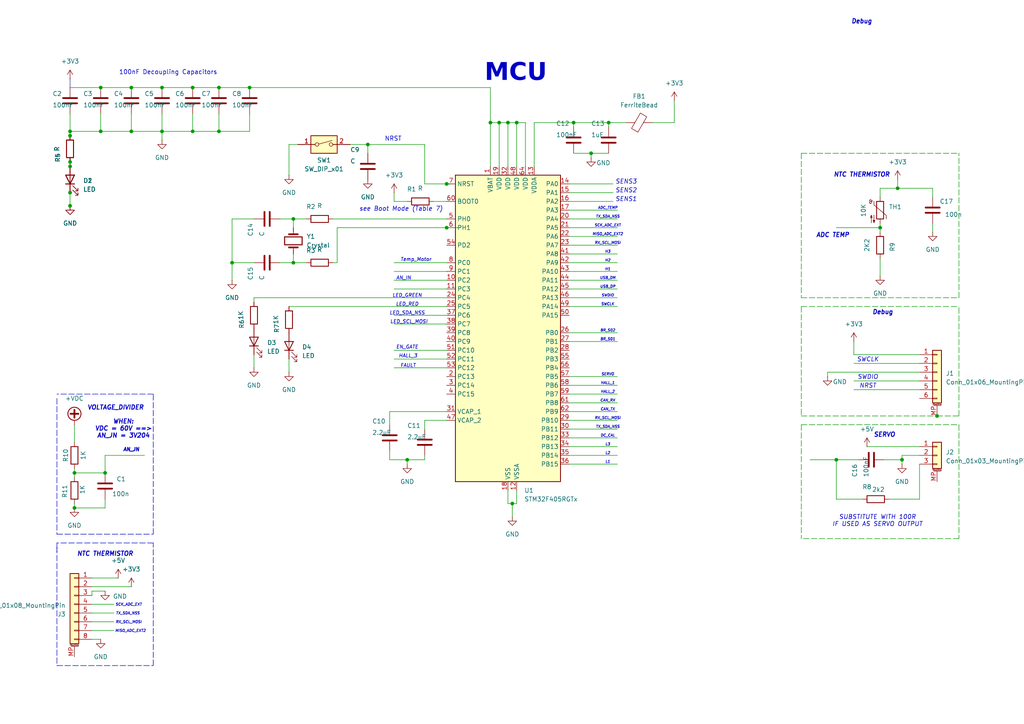
<source format=kicad_sch>
(kicad_sch (version 20231120) (generator "eeschema") (generator_version "8.0")
  (paper "A4")
  (title_block (title "MCU"))
  (lib_symbols
    (symbol "Connector_Generic_MountingPin:Conn_01x03_MountingPin" (pin_names (offset 1.016) hide)
      (property "Reference" "J" (at 0 5.08 0))
      (property "Value" "Conn_01x03_MountingPin" (at 1.27 -5.08 0))
      (symbol "Conn_01x03_MountingPin_1_1"
        (rectangle (start -1.27 -2.413) (end 0 -2.667) (stroke (width 0.1524)))
        (rectangle (start -1.27 0.127) (end 0 -0.127) (stroke (width 0.1524)))
        (rectangle (start -1.27 2.667) (end 0 2.413) (stroke (width 0.1524)))
        (rectangle (start -1.27 3.81) (end 1.27 -3.81) (stroke (width 0.254)) (fill (type background)))
        (polyline (pts (xy -1.016 -4.572) (xy 1.016 -4.572)) (stroke (width 0.1524)))
        (text "Mounting" (at 0 -4.191 0) (effects (font (size 0.381 0.381))))
        (pin passive line (at -5.08 2.54 0) (length 3.81) (name "Pin_1") (number "1"))
        (pin passive line (at -5.08 0 0) (length 3.81) (name "Pin_2") (number "2"))
        (pin passive line (at -5.08 -2.54 0) (length 3.81) (name "Pin_3") (number "3"))
        (pin passive line (at 0 -7.62 90) (length 3.048) (name "MountPin") (number "MP"))
      )
    )
    (symbol "Connector_Generic_MountingPin:Conn_01x06_MountingPin" (pin_names (offset 1.016) hide)
      (property "Reference" "J" (at 0 7.62 0))
      (property "Value" "Conn_01x06_MountingPin" (at 1.27 -10.16 0))
      (symbol "Conn_01x06_MountingPin_1_1"
        (rectangle (start -1.27 -7.493) (end 0 -7.747) (stroke (width 0.1524)))
        (rectangle (start -1.27 -4.953) (end 0 -5.207) (stroke (width 0.1524)))
        (rectangle (start -1.27 -2.413) (end 0 -2.667) (stroke (width 0.1524)))
        (rectangle (start -1.27 0.127) (end 0 -0.127) (stroke (width 0.1524)))
        (rectangle (start -1.27 2.667) (end 0 2.413) (stroke (width 0.1524)))
        (rectangle (start -1.27 5.207) (end 0 4.953) (stroke (width 0.1524)))
        (rectangle (start -1.27 6.35) (end 1.27 -8.89) (stroke (width 0.254)) (fill (type background)))
        (polyline (pts (xy -1.016 -9.652) (xy 1.016 -9.652)) (stroke (width 0.1524)))
        (text "Mounting" (at 0 -9.271 0) (effects (font (size 0.381 0.381))))
        (pin passive line (at -5.08 5.08 0) (length 3.81) (name "Pin_1") (number "1"))
        (pin passive line (at -5.08 2.54 0) (length 3.81) (name "Pin_2") (number "2"))
        (pin passive line (at -5.08 0 0) (length 3.81) (name "Pin_3") (number "3"))
        (pin passive line (at -5.08 -2.54 0) (length 3.81) (name "Pin_4") (number "4"))
        (pin passive line (at -5.08 -5.08 0) (length 3.81) (name "Pin_5") (number "5"))
        (pin passive line (at -5.08 -7.62 0) (length 3.81) (name "Pin_6") (number "6"))
        (pin passive line (at 0 -12.7 90) (length 3.048) (name "MountPin") (number "MP"))
      )
    )
    (symbol "Connector_Generic_MountingPin:Conn_01x08_MountingPin" (pin_names (offset 1.016) hide)
      (property "Reference" "J" (at 0 10.16 0))
      (property "Value" "Conn_01x08_MountingPin" (at 1.27 -12.7 0))
      (symbol "Conn_01x08_MountingPin_1_1"
        (rectangle (start -1.27 -10.033) (end 0 -10.287) (stroke (width 0.1524)))
        (rectangle (start -1.27 -7.493) (end 0 -7.747) (stroke (width 0.1524)))
        (rectangle (start -1.27 -4.953) (end 0 -5.207) (stroke (width 0.1524)))
        (rectangle (start -1.27 -2.413) (end 0 -2.667) (stroke (width 0.1524)))
        (rectangle (start -1.27 0.127) (end 0 -0.127) (stroke (width 0.1524)))
        (rectangle (start -1.27 2.667) (end 0 2.413) (stroke (width 0.1524)))
        (rectangle (start -1.27 5.207) (end 0 4.953) (stroke (width 0.1524)))
        (rectangle (start -1.27 7.747) (end 0 7.493) (stroke (width 0.1524)))
        (rectangle (start -1.27 8.89) (end 1.27 -11.43) (stroke (width 0.254)) (fill (type background)))
        (polyline (pts (xy -1.016 -12.192) (xy 1.016 -12.192)) (stroke (width 0.1524)))
        (text "Mounting" (at 0 -11.811 0) (effects (font (size 0.381 0.381))))
        (pin passive line (at -5.08 7.62 0) (length 3.81) (name "Pin_1") (number "1"))
        (pin passive line (at -5.08 5.08 0) (length 3.81) (name "Pin_2") (number "2"))
        (pin passive line (at -5.08 2.54 0) (length 3.81) (name "Pin_3") (number "3"))
        (pin passive line (at -5.08 0 0) (length 3.81) (name "Pin_4") (number "4"))
        (pin passive line (at -5.08 -2.54 0) (length 3.81) (name "Pin_5") (number "5"))
        (pin passive line (at -5.08 -5.08 0) (length 3.81) (name "Pin_6") (number "6"))
        (pin passive line (at -5.08 -7.62 0) (length 3.81) (name "Pin_7") (number "7"))
        (pin passive line (at -5.08 -10.16 0) (length 3.81) (name "Pin_8") (number "8"))
        (pin passive line (at 0 -15.24 90) (length 3.048) (name "MountPin") (number "MP"))
      )
    )
    (symbol "Device:C" (pin_numbers hide) (pin_names (offset 0.254))
      (property "Reference" "C" (at 0.635 2.54 0))
      (property "Value" "C" (at 0.635 -2.54 0))
      (symbol "C_0_1"
        (polyline (pts (xy -2.032 -0.762) (xy 2.032 -0.762)) (stroke (width 0.508)))
        (polyline (pts (xy -2.032 0.762) (xy 2.032 0.762)) (stroke (width 0.508)))
      )
      (symbol "C_1_1"
        (pin passive line (at 0 3.81 270) (length 2.794) (name "~") (number "1"))
        (pin passive line (at 0 -3.81 90) (length 2.794) (name "~") (number "2"))
      )
    )
    (symbol "Device:Crystal" (pin_numbers hide) (pin_names (offset 1.016) hide)
      (property "Reference" "Y" (at 0 3.81 0))
      (property "Value" "Crystal" (at 0 -3.81 0))
      (symbol "Crystal_0_1"
        (rectangle (start -1.143 2.54) (end 1.143 -2.54) (stroke (width 0.3048)))
        (polyline (pts (xy -2.54 0) (xy -1.905 0)))
        (polyline (pts (xy -1.905 -1.27) (xy -1.905 1.27)) (stroke (width 0.508)))
        (polyline (pts (xy 1.905 -1.27) (xy 1.905 1.27)) (stroke (width 0.508)))
        (polyline (pts (xy 2.54 0) (xy 1.905 0)))
      )
      (symbol "Crystal_1_1"
        (pin passive line (at -3.81 0 0) (length 1.27) (name "1") (number "1"))
        (pin passive line (at 3.81 0 180) (length 1.27) (name "2") (number "2"))
      )
    )
    (symbol "Device:FerriteBead" (pin_numbers hide) (pin_names (offset 0))
      (property "Reference" "FB" (at -3.81 0.635 90))
      (property "Value" "FerriteBead" (at 3.81 0 90))
      (symbol "FerriteBead_0_1"
        (polyline (pts (xy 0 -1.27) (xy 0 -1.2192)))
        (polyline (pts (xy 0 1.27) (xy 0 1.2954)))
        (polyline (pts (xy -2.7686 0.4064) (xy -1.7018 2.2606) (xy 2.7686 -0.3048) (xy 1.6764 -2.159) (xy -2.7686 0.4064)))
      )
      (symbol "FerriteBead_1_1"
        (pin passive line (at 0 3.81 270) (length 2.54) (name "~") (number "1"))
        (pin passive line (at 0 -3.81 90) (length 2.54) (name "~") (number "2"))
      )
    )
    (symbol "Device:LED" (pin_numbers hide) (pin_names (offset 1.016) hide)
      (property "Reference" "D" (at 0 2.54 0))
      (property "Value" "LED" (at 0 -2.54 0))
      (symbol "LED_0_1"
        (polyline (pts (xy -1.27 -1.27) (xy -1.27 1.27)) (stroke (width 0.254)))
        (polyline (pts (xy -1.27 0) (xy 1.27 0)))
        (polyline (pts (xy 1.27 -1.27) (xy 1.27 1.27) (xy -1.27 0) (xy 1.27 -1.27)) (stroke (width 0.254)))
        (polyline (pts (xy -3.048 -0.762) (xy -4.572 -2.286) (xy -3.81 -2.286) (xy -4.572 -2.286) (xy -4.572 -1.524)))
        (polyline (pts (xy -1.778 -0.762) (xy -3.302 -2.286) (xy -2.54 -2.286) (xy -3.302 -2.286) (xy -3.302 -1.524)))
      )
      (symbol "LED_1_1"
        (pin passive line (at -3.81 0 0) (length 2.54) (name "K") (number "1"))
        (pin passive line (at 3.81 0 180) (length 2.54) (name "A") (number "2"))
      )
    )
    (symbol "Device:R" (pin_numbers hide) (pin_names (offset 0))
      (property "Reference" "R" (at 2.032 0 90))
      (property "Value" "R" (at 0 0 90))
      (symbol "R_0_1"
        (rectangle (start -1.016 -2.54) (end 1.016 2.54) (stroke (width 0.254)))
      )
      (symbol "R_1_1"
        (pin passive line (at 0 3.81 270) (length 1.27) (name "~") (number "1"))
        (pin passive line (at 0 -3.81 90) (length 1.27) (name "~") (number "2"))
      )
    )
    (symbol "Device:Thermistor_NTC" (pin_numbers hide) (pin_names (offset 0))
      (property "Reference" "TH" (at -4.445 0 90))
      (property "Value" "Thermistor_NTC" (at 3.175 0 90))
      (symbol "Thermistor_NTC_0_1"
        (arc (start -3.048 2.159) (mid -3.0495 2.3143) (end -3.175 2.413))
        (arc (start -3.048 2.159) (mid -2.9736 1.9794) (end -2.794 1.905))
        (arc (start -3.048 2.794) (mid -2.9736 2.6144) (end -2.794 2.54))
        (arc (start -2.794 1.905) (mid -2.6144 1.9794) (end -2.54 2.159))
        (arc (start -2.794 2.54) (mid -2.4393 2.5587) (end -2.159 2.794))
        (arc (start -2.794 3.048) (mid -2.9736 2.9736) (end -3.048 2.794))
        (arc (start -2.54 2.794) (mid -2.6144 2.9736) (end -2.794 3.048))
        (rectangle (start -1.016 2.54) (end 1.016 -2.54) (stroke (width 0.254)))
        (polyline (pts (xy -2.54 2.159) (xy -2.54 2.794)))
        (polyline (pts (xy -1.778 2.54) (xy -1.778 1.524) (xy 1.778 -1.524) (xy 1.778 -2.54)))
        (polyline (pts (xy -2.54 -3.683) (xy -2.54 -1.397) (xy -2.794 -2.159) (xy -2.286 -2.159) (xy -2.54 -1.397) (xy -2.54 -1.651)) (fill (type outline)))
        (polyline (pts (xy -1.778 -1.397) (xy -1.778 -3.683) (xy -2.032 -2.921) (xy -1.524 -2.921) (xy -1.778 -3.683) (xy -1.778 -3.429)) (fill (type outline)))
      )
      (symbol "Thermistor_NTC_1_1"
        (pin passive line (at 0 3.81 270) (length 1.27) (name "~") (number "1"))
        (pin passive line (at 0 -3.81 90) (length 1.27) (name "~") (number "2"))
      )
    )
    (symbol "MCU_ST_STM32F4:STM32F405RGTx"
      (property "Reference" "U" (at -15.24 46.99 0))
      (property "Value" "STM32F405RGTx" (at 10.16 46.99 0))
      (symbol "STM32F405RGTx_0_1"
        (rectangle (start -15.24 -43.18) (end 15.24 45.72) (stroke (width 0.254)) (fill (type background)))
      )
      (symbol "STM32F405RGTx_1_1"
        (pin power_in line (at -5.08 48.26 270) (length 2.54) (name "VBAT") (number "1"))
        (pin bidirectional line (at -17.78 15.24 0) (length 2.54) (name "PC2") (number "10"))
        (pin bidirectional line (at -17.78 12.7 0) (length 2.54) (name "PC3") (number "11"))
        (pin power_in line (at 2.54 -45.72 90) (length 2.54) (name "VSSA") (number "12"))
        (pin power_in line (at 7.62 48.26 270) (length 2.54) (name "VDDA") (number "13"))
        (pin bidirectional line (at 17.78 43.18 180) (length 2.54) (name "PA0") (number "14"))
        (pin bidirectional line (at 17.78 40.64 180) (length 2.54) (name "PA1") (number "15"))
        (pin bidirectional line (at 17.78 38.1 180) (length 2.54) (name "PA2") (number "16"))
        (pin bidirectional line (at 17.78 35.56 180) (length 2.54) (name "PA3") (number "17"))
        (pin power_in line (at 0 -45.72 90) (length 2.54) (name "VSS") (number "18"))
        (pin power_in line (at -2.54 48.26 270) (length 2.54) (name "VDD") (number "19"))
        (pin bidirectional line (at -17.78 -12.7 0) (length 2.54) (name "PC13") (number "2"))
        (pin bidirectional line (at 17.78 33.02 180) (length 2.54) (name "PA4") (number "20"))
        (pin bidirectional line (at 17.78 30.48 180) (length 2.54) (name "PA5") (number "21"))
        (pin bidirectional line (at 17.78 27.94 180) (length 2.54) (name "PA6") (number "22"))
        (pin bidirectional line (at 17.78 25.4 180) (length 2.54) (name "PA7") (number "23"))
        (pin bidirectional line (at -17.78 10.16 0) (length 2.54) (name "PC4") (number "24"))
        (pin bidirectional line (at -17.78 7.62 0) (length 2.54) (name "PC5") (number "25"))
        (pin bidirectional line (at 17.78 0 180) (length 2.54) (name "PB0") (number "26"))
        (pin bidirectional line (at 17.78 -2.54 180) (length 2.54) (name "PB1") (number "27"))
        (pin bidirectional line (at 17.78 -5.08 180) (length 2.54) (name "PB2") (number "28"))
        (pin bidirectional line (at 17.78 -25.4 180) (length 2.54) (name "PB10") (number "29"))
        (pin bidirectional line (at -17.78 -15.24 0) (length 2.54) (name "PC14") (number "3"))
        (pin bidirectional line (at 17.78 -27.94 180) (length 2.54) (name "PB11") (number "30"))
        (pin power_out line (at -17.78 -22.86 0) (length 2.54) (name "VCAP_1") (number "31"))
        (pin power_in line (at 0 48.26 270) (length 2.54) (name "VDD") (number "32"))
        (pin bidirectional line (at 17.78 -30.48 180) (length 2.54) (name "PB12") (number "33"))
        (pin bidirectional line (at 17.78 -33.02 180) (length 2.54) (name "PB13") (number "34"))
        (pin bidirectional line (at 17.78 -35.56 180) (length 2.54) (name "PB14") (number "35"))
        (pin bidirectional line (at 17.78 -38.1 180) (length 2.54) (name "PB15") (number "36"))
        (pin bidirectional line (at -17.78 5.08 0) (length 2.54) (name "PC6") (number "37"))
        (pin bidirectional line (at -17.78 2.54 0) (length 2.54) (name "PC7") (number "38"))
        (pin bidirectional line (at -17.78 0 0) (length 2.54) (name "PC8") (number "39"))
        (pin bidirectional line (at -17.78 -17.78 0) (length 2.54) (name "PC15") (number "4"))
        (pin bidirectional line (at -17.78 -2.54 0) (length 2.54) (name "PC9") (number "40"))
        (pin bidirectional line (at 17.78 22.86 180) (length 2.54) (name "PA8") (number "41"))
        (pin bidirectional line (at 17.78 20.32 180) (length 2.54) (name "PA9") (number "42"))
        (pin bidirectional line (at 17.78 17.78 180) (length 2.54) (name "PA10") (number "43"))
        (pin bidirectional line (at 17.78 15.24 180) (length 2.54) (name "PA11") (number "44"))
        (pin bidirectional line (at 17.78 12.7 180) (length 2.54) (name "PA12") (number "45"))
        (pin bidirectional line (at 17.78 10.16 180) (length 2.54) (name "PA13") (number "46"))
        (pin power_out line (at -17.78 -25.4 0) (length 2.54) (name "VCAP_2") (number "47"))
        (pin power_in line (at 2.54 48.26 270) (length 2.54) (name "VDD") (number "48"))
        (pin bidirectional line (at 17.78 7.62 180) (length 2.54) (name "PA14") (number "49"))
        (pin bidirectional line (at -17.78 33.02 0) (length 2.54) (name "PH0") (number "5"))
        (pin bidirectional line (at 17.78 5.08 180) (length 2.54) (name "PA15") (number "50"))
        (pin bidirectional line (at -17.78 -5.08 0) (length 2.54) (name "PC10") (number "51"))
        (pin bidirectional line (at -17.78 -7.62 0) (length 2.54) (name "PC11") (number "52"))
        (pin bidirectional line (at -17.78 -10.16 0) (length 2.54) (name "PC12") (number "53"))
        (pin bidirectional line (at -17.78 25.4 0) (length 2.54) (name "PD2") (number "54"))
        (pin bidirectional line (at 17.78 -7.62 180) (length 2.54) (name "PB3") (number "55"))
        (pin bidirectional line (at 17.78 -10.16 180) (length 2.54) (name "PB4") (number "56"))
        (pin bidirectional line (at 17.78 -12.7 180) (length 2.54) (name "PB5") (number "57"))
        (pin bidirectional line (at 17.78 -15.24 180) (length 2.54) (name "PB6") (number "58"))
        (pin bidirectional line (at 17.78 -17.78 180) (length 2.54) (name "PB7") (number "59"))
        (pin bidirectional line (at -17.78 30.48 0) (length 2.54) (name "PH1") (number "6"))
        (pin input line (at -17.78 38.1 0) (length 2.54) (name "BOOT0") (number "60"))
        (pin bidirectional line (at 17.78 -20.32 180) (length 2.54) (name "PB8") (number "61"))
        (pin bidirectional line (at 17.78 -22.86 180) (length 2.54) (name "PB9") (number "62"))
        (pin passive line (at 0 -45.72 90) (length 2.54) hide (name "VSS") (number "63"))
        (pin power_in line (at 5.08 48.26 270) (length 2.54) (name "VDD") (number "64"))
        (pin input line (at -17.78 43.18 0) (length 2.54) (name "NRST") (number "7"))
        (pin bidirectional line (at -17.78 20.32 0) (length 2.54) (name "PC0") (number "8"))
        (pin bidirectional line (at -17.78 17.78 0) (length 2.54) (name "PC1") (number "9"))
      )
    )
    (symbol "Switch:SW_DIP_x01" (pin_names (offset 0) hide)
      (property "Reference" "SW" (at 0 3.81 0))
      (property "Value" "SW_DIP_x01" (at 0 -3.81 0))
      (symbol "SW_DIP_x01_0_0"
        (circle (center -2.032 0) (radius 0.508))
        (polyline (pts (xy -1.524 0.127) (xy 2.3622 1.1684)))
        (circle (center 2.032 0) (radius 0.508))
      )
      (symbol "SW_DIP_x01_0_1"
        (rectangle (start -3.81 2.54) (end 3.81 -2.54) (stroke (width 0.254)) (fill (type background)))
      )
      (symbol "SW_DIP_x01_1_1"
        (pin passive line (at -7.62 0 0) (length 5.08) (name "~") (number "1"))
        (pin passive line (at 7.62 0 180) (length 5.08) (name "~") (number "2"))
      )
    )
    (symbol "power:+3V3" (power) (pin_numbers hide) (pin_names (offset 0) hide)
      (property "Value" "+3V3" (at 0 3.556 0))
      (symbol "+3V3_0_1"
        (polyline (pts (xy -0.762 1.27) (xy 0 2.54)))
        (polyline (pts (xy 0 0) (xy 0 2.54)))
        (polyline (pts (xy 0 2.54) (xy 0.762 1.27)))
      )
      (symbol "+3V3_1_1"
        (pin power_in line (at 0 0 90) (length 0) (name "~") (number "1"))
      )
    )
    (symbol "power:+5V" (power) (pin_numbers hide) (pin_names (offset 0) hide)
      (property "Value" "+5V" (at 0 3.556 0))
      (symbol "+5V_0_1"
        (polyline (pts (xy -0.762 1.27) (xy 0 2.54)))
        (polyline (pts (xy 0 0) (xy 0 2.54)))
        (polyline (pts (xy 0 2.54) (xy 0.762 1.27)))
      )
      (symbol "+5V_1_1"
        (pin power_in line (at 0 0 90) (length 0) (name "~") (number "1"))
      )
    )
    (symbol "power:+VDC" (power) (pin_numbers hide) (pin_names (offset 0) hide)
      (property "Value" "+VDC" (at 0 6.35 0))
      (symbol "+VDC_0_1"
        (polyline (pts (xy -1.143 3.175) (xy 1.143 3.175)) (stroke (width 0.508)))
        (polyline (pts (xy 0 0) (xy 0 1.27)))
        (polyline (pts (xy 0 2.032) (xy 0 4.318)) (stroke (width 0.508)))
        (circle (center 0 3.175) (radius 1.905) (stroke (width 0.254)))
      )
      (symbol "+VDC_1_1"
        (pin power_in line (at 0 0 90) (length 0) (name "~") (number "1"))
      )
    )
    (symbol "power:GND" (power) (pin_numbers hide) (pin_names (offset 0) hide)
      (property "Value" "GND" (at 0 -3.81 0))
      (symbol "GND_0_1"
        (polyline (pts (xy 0 0) (xy 0 -1.27) (xy 1.27 -1.27) (xy 0 -2.54) (xy -1.27 -1.27) (xy 0 -1.27)))
      )
      (symbol "GND_1_1"
        (pin power_in line (at 0 0 270) (length 0) (name "~") (number "1"))
      )
    )
  )
  (junction (at 129.54 53.34))
  (junction (at 20.32 46.99))
  (junction (at 30.48 137.16))
  (junction (at 21.59 137.16))
  (junction (at 20.32 38.1))
  (junction (at 72.39 25.4))
  (junction (at 261.62 133.35))
  (junction (at 260.35 54.61))
  (junction (at 149.86 35.56))
  (junction (at 142.24 35.56))
  (junction (at 166.37 35.56))
  (junction (at 85.09 63.5))
  (junction (at 20.32 59.69))
  (junction (at 63.5 38.1))
  (junction (at 129.54 66.04))
  (junction (at 271.78 120.65))
  (junction (at 255.27 66.04))
  (junction (at 46.99 25.4))
  (junction (at 63.5 25.4))
  (junction (at 144.78 35.56))
  (junction (at 29.21 25.4))
  (junction (at 21.59 147.32))
  (junction (at 85.09 76.2))
  (junction (at 20.32 55.88))
  (junction (at 29.21 38.1))
  (junction (at 38.1 38.1))
  (junction (at 147.32 35.56))
  (junction (at 20.32 39.37))
  (junction (at 46.99 38.1))
  (junction (at 38.1 25.4))
  (junction (at 55.88 25.4))
  (junction (at 148.59 146.05))
  (junction (at 118.11 133.35))
  (junction (at 106.68 41.91))
  (junction (at 20.32 48.26))
  (junction (at 242.57 133.35))
  (junction (at 176.53 35.56))
  (junction (at 171.45 44.45))
  (junction (at 55.88 38.1))
  (junction (at 67.31 76.2))
  (wire (pts (xy 38.1 33.02) (xy 38.1 38.1)))
  (wire (pts (xy 176.53 35.56) (xy 176.53 36.83)))
  (wire (pts (xy 147.32 146.05) (xy 148.59 146.05)))
  (wire (pts (xy 30.48 132.08) (xy 41.91 132.08)))
  (wire (pts (xy 114.3 76.2) (xy 129.54 76.2)))
  (wire (pts (xy 85.09 76.2) (xy 88.9 76.2)))
  (wire (pts (xy 97.79 76.2) (xy 96.52 76.2)))
  (wire (pts (xy 165.1 134.62) (xy 179.07 134.62)))
  (wire (pts (xy 250.19 144.78) (xy 242.57 144.78)))
  (wire (pts (xy 260.35 52.07) (xy 260.35 54.61)))
  (wire (pts (xy 55.88 33.02) (xy 55.88 38.1)))
  (wire (pts (xy 20.32 38.1) (xy 20.32 39.37)))
  (wire (pts (xy 46.99 38.1) (xy 55.88 38.1)))
  (wire (pts (xy 278.13 156.21) (xy 232.41 156.21)) (stroke (width 0) (type dash)))
  (wire (pts (xy 165.1 114.3) (xy 179.07 114.3)))
  (wire (pts (xy 29.21 33.02) (xy 29.21 38.1)))
  (wire (pts (xy 114.3 106.68) (xy 129.54 106.68)))
  (wire (pts (xy 148.59 146.05) (xy 148.59 149.86)))
  (wire (pts (xy 26.67 171.45) (xy 30.48 171.45)))
  (wire (pts (xy 165.1 111.76) (xy 179.07 111.76)))
  (wire (pts (xy 251.46 129.54) (xy 266.7 129.54)))
  (wire (pts (xy 114.3 83.82) (xy 129.54 83.82)))
  (wire (pts (xy 30.48 147.32) (xy 21.59 147.32)))
  (wire (pts (xy 165.1 119.38) (xy 179.07 119.38)))
  (wire (pts (xy 67.31 63.5) (xy 67.31 76.2)))
  (bus (pts (xy 20.32 22.86) (xy 20.32 25.4)) (stroke (width 0.127)))
  (wire (pts (xy 242.57 144.78) (xy 242.57 133.35)))
  (wire (pts (xy 73.66 86.36) (xy 129.54 86.36)))
  (wire (pts (xy 260.35 54.61) (xy 270.51 54.61)))
  (wire (pts (xy 73.66 86.36) (xy 73.66 87.63)))
  (wire (pts (xy 142.24 25.4) (xy 142.24 35.56)))
  (wire (pts (xy 165.1 73.66) (xy 179.07 73.66)))
  (wire (pts (xy 67.31 76.2) (xy 73.66 76.2)))
  (wire (pts (xy 165.1 71.12) (xy 179.07 71.12)))
  (wire (pts (xy 165.1 88.9) (xy 179.07 88.9)))
  (wire (pts (xy 38.1 25.4) (xy 29.21 25.4)))
  (wire (pts (xy 152.4 35.56) (xy 149.86 35.56)))
  (wire (pts (xy 234.95 133.35) (xy 242.57 133.35)))
  (wire (pts (xy 20.32 55.88) (xy 20.32 59.69)))
  (wire (pts (xy 85.09 73.66) (xy 85.09 76.2)))
  (wire (pts (xy 165.1 99.06) (xy 179.07 99.06)))
  (wire (pts (xy 247.65 113.03) (xy 266.7 113.03)))
  (wire (pts (xy 55.88 25.4) (xy 46.99 25.4)))
  (wire (pts (xy 247.65 102.87) (xy 266.7 102.87)))
  (wire (pts (xy 38.1 38.1) (xy 46.99 38.1)))
  (polyline (pts (xy 16.51 193.04) (xy 44.45 193.04)) (stroke (width 0) (type dash)))
  (wire (pts (xy 266.7 132.08) (xy 261.62 132.08)))
  (wire (pts (xy 26.67 182.88) (xy 33.02 182.88)))
  (wire (pts (xy 101.6 41.91) (xy 106.68 41.91)))
  (wire (pts (xy 165.1 96.52) (xy 179.07 96.52)))
  (wire (pts (xy 189.23 35.56) (xy 195.58 35.56)))
  (wire (pts (xy 165.1 121.92) (xy 179.07 121.92)))
  (wire (pts (xy 165.1 55.88) (xy 177.8 55.88)))
  (wire (pts (xy 149.86 35.56) (xy 149.86 48.26)))
  (wire (pts (xy 242.57 133.35) (xy 248.92 133.35)))
  (wire (pts (xy 125.73 58.42) (xy 129.54 58.42)))
  (wire (pts (xy 26.67 180.34) (xy 33.02 180.34)))
  (wire (pts (xy 261.62 134.62) (xy 261.62 133.35)))
  (wire (pts (xy 30.48 144.78) (xy 30.48 147.32)))
  (wire (pts (xy 232.41 88.9) (xy 232.41 120.65)) (stroke (width 0) (type dash)))
  (wire (pts (xy 232.41 120.65) (xy 271.78 120.65)) (stroke (width 0) (type dash)))
  (wire (pts (xy 20.32 38.1) (xy 29.21 38.1)))
  (wire (pts (xy 149.86 146.05) (xy 149.86 142.24)))
  (wire (pts (xy 171.45 44.45) (xy 171.45 45.72)))
  (wire (pts (xy 232.41 123.19) (xy 278.13 123.19)) (stroke (width 0) (type dash)))
  (wire (pts (xy 30.48 137.16) (xy 30.48 132.08)))
  (wire (pts (xy 114.3 55.88) (xy 114.3 58.42)))
  (wire (pts (xy 148.59 146.05) (xy 149.86 146.05)))
  (wire (pts (xy 257.81 144.78) (xy 266.7 144.78)))
  (wire (pts (xy 26.67 170.18) (xy 38.1 170.18)))
  (polyline (pts (xy 44.45 157.48) (xy 16.51 157.48)) (stroke (width 0) (type dash)))
  (wire (pts (xy 55.88 38.1) (xy 63.5 38.1)))
  (wire (pts (xy 144.78 35.56) (xy 144.78 48.26)))
  (wire (pts (xy 165.1 53.34) (xy 177.8 53.34)))
  (wire (pts (xy 123.19 133.35) (xy 123.19 132.08)))
  (wire (pts (xy 26.67 175.26) (xy 33.02 175.26)))
  (wire (pts (xy 114.3 78.74) (xy 129.54 78.74)))
  (wire (pts (xy 232.41 44.45) (xy 278.13 44.45)) (stroke (width 0) (type dash)))
  (wire (pts (xy 46.99 25.4) (xy 38.1 25.4)))
  (wire (pts (xy 149.86 35.56) (xy 147.32 35.56)))
  (wire (pts (xy 73.66 102.87) (xy 73.66 106.68)))
  (wire (pts (xy 21.59 123.19) (xy 21.59 128.27)))
  (wire (pts (xy 270.51 54.61) (xy 270.51 57.15)))
  (wire (pts (xy 232.41 123.19) (xy 232.41 156.21)) (stroke (width 0) (type dash)))
  (wire (pts (xy 83.82 104.14) (xy 83.82 107.95)))
  (wire (pts (xy 123.19 53.34) (xy 129.54 53.34)))
  (wire (pts (xy 166.37 35.56) (xy 166.37 36.83)))
  (wire (pts (xy 106.68 41.91) (xy 106.68 44.45)))
  (wire (pts (xy 165.1 76.2) (xy 179.07 76.2)))
  (wire (pts (xy 165.1 63.5) (xy 179.07 63.5)))
  (wire (pts (xy 21.59 146.05) (xy 21.59 147.32)))
  (wire (pts (xy 97.79 66.04) (xy 129.54 66.04)))
  (wire (pts (xy 278.13 86.36) (xy 278.13 44.45)) (stroke (width 0) (type dash)))
  (wire (pts (xy 114.3 81.28) (xy 129.54 81.28)))
  (wire (pts (xy 255.27 74.93) (xy 255.27 80.01)))
  (wire (pts (xy 165.1 66.04) (xy 179.07 66.04)))
  (wire (pts (xy 165.1 81.28) (xy 179.07 81.28)))
  (wire (pts (xy 171.45 44.45) (xy 176.53 44.45)))
  (wire (pts (xy 86.36 41.91) (xy 83.82 41.91)))
  (wire (pts (xy 85.09 63.5) (xy 88.9 63.5)))
  (wire (pts (xy 113.03 119.38) (xy 113.03 123.19)))
  (wire (pts (xy 165.1 129.54) (xy 179.07 129.54)))
  (wire (pts (xy 123.19 121.92) (xy 123.19 124.46)))
  (wire (pts (xy 133.35 66.04) (xy 129.54 66.04)))
  (polyline (pts (xy 44.45 193.04) (xy 44.45 157.48)) (stroke (width 0) (type dash)))
  (wire (pts (xy 266.7 134.62) (xy 266.7 144.78)))
  (wire (pts (xy 123.19 53.34) (xy 123.19 41.91)))
  (wire (pts (xy 81.28 76.2) (xy 85.09 76.2)))
  (wire (pts (xy 46.99 38.1) (xy 46.99 40.64)))
  (wire (pts (xy 21.59 135.89) (xy 21.59 137.16)))
  (wire (pts (xy 113.03 119.38) (xy 129.54 119.38)))
  (wire (pts (xy 96.52 63.5) (xy 129.54 63.5)))
  (polyline (pts (xy 16.51 115.57) (xy 16.51 154.94)) (stroke (width 0) (type dash)))
  (wire (pts (xy 147.32 142.24) (xy 147.32 146.05)))
  (wire (pts (xy 83.82 41.91) (xy 83.82 50.8)))
  (wire (pts (xy 247.65 105.41) (xy 266.7 105.41)))
  (wire (pts (xy 21.59 137.16) (xy 21.59 138.43)))
  (wire (pts (xy 154.94 48.26) (xy 154.94 35.56)))
  (wire (pts (xy 255.27 54.61) (xy 255.27 57.15)))
  (wire (pts (xy 240.03 107.95) (xy 240.03 109.22)))
  (wire (pts (xy 83.82 88.9) (xy 129.54 88.9)))
  (polyline (pts (xy 16.51 158.75) (xy 16.51 193.04)) (stroke (width 0) (type dash)))
  (wire (pts (xy 97.79 66.04) (xy 97.79 76.2)))
  (wire (pts (xy 20.32 46.99) (xy 20.32 48.26)))
  (wire (pts (xy 165.1 116.84) (xy 179.07 116.84)))
  (wire (pts (xy 255.27 66.04) (xy 255.27 67.31)))
  (wire (pts (xy 271.78 120.65) (xy 278.13 120.65)) (stroke (width 0) (type dash)))
  (wire (pts (xy 26.67 172.72) (xy 26.67 171.45)))
  (wire (pts (xy 165.1 60.96) (xy 179.07 60.96)))
  (wire (pts (xy 123.19 121.92) (xy 129.54 121.92)))
  (wire (pts (xy 240.03 107.95) (xy 266.7 107.95)))
  (wire (pts (xy 255.27 64.77) (xy 255.27 66.04)))
  (wire (pts (xy 165.1 109.22) (xy 179.07 109.22)))
  (wire (pts (xy 278.13 120.65) (xy 278.13 88.9)) (stroke (width 0) (type dash)))
  (wire (pts (xy 21.59 137.16) (xy 30.48 137.16)))
  (wire (pts (xy 114.3 58.42) (xy 118.11 58.42)))
  (wire (pts (xy 195.58 29.21) (xy 195.58 35.56)))
  (wire (pts (xy 165.1 132.08) (xy 179.07 132.08)))
  (wire (pts (xy 113.03 130.81) (xy 113.03 133.35)))
  (wire (pts (xy 166.37 35.56) (xy 176.53 35.56)))
  (wire (pts (xy 72.39 25.4) (xy 142.24 25.4)))
  (wire (pts (xy 278.13 123.19) (xy 278.13 156.21)) (stroke (width 0) (type dash)))
  (wire (pts (xy 114.3 91.44) (xy 129.54 91.44)))
  (wire (pts (xy 147.32 35.56) (xy 147.32 48.26)))
  (wire (pts (xy 261.62 132.08) (xy 261.62 133.35)))
  (wire (pts (xy 114.3 93.98) (xy 129.54 93.98)))
  (wire (pts (xy 67.31 76.2) (xy 67.31 81.28)))
  (wire (pts (xy 118.11 133.35) (xy 123.19 133.35)))
  (wire (pts (xy 73.66 63.5) (xy 67.31 63.5)))
  (wire (pts (xy 165.1 83.82) (xy 179.07 83.82)))
  (wire (pts (xy 165.1 86.36) (xy 179.07 86.36)))
  (wire (pts (xy 176.53 35.56) (xy 181.61 35.56)))
  (wire (pts (xy 72.39 38.1) (xy 72.39 33.02)))
  (wire (pts (xy 165.1 58.42) (xy 177.8 58.42)))
  (wire (pts (xy 114.3 101.6) (xy 129.54 101.6)))
  (wire (pts (xy 232.41 86.36) (xy 278.13 86.36)) (stroke (width 0) (type dash)))
  (polyline (pts (xy 44.45 154.94) (xy 44.45 114.3)) (stroke (width 0) (type dash)))
  (wire (pts (xy 118.11 133.35) (xy 118.11 134.62)))
  (wire (pts (xy 147.32 35.56) (xy 144.78 35.56)))
  (wire (pts (xy 123.19 41.91) (xy 106.68 41.91)))
  (polyline (pts (xy 16.51 157.48) (xy 16.51 160.02)) (stroke (width 0) (type dash)))
  (wire (pts (xy 165.1 68.58) (xy 179.07 68.58)))
  (polyline (pts (xy 44.45 114.3) (xy 16.51 114.3)) (stroke (width 0) (type dash)))
  (wire (pts (xy 20.32 33.02) (xy 20.32 38.1)))
  (wire (pts (xy 29.21 38.1) (xy 38.1 38.1)))
  (wire (pts (xy 142.24 35.56) (xy 142.24 48.26)))
  (wire (pts (xy 242.57 66.04) (xy 255.27 66.04)))
  (wire (pts (xy 63.5 33.02) (xy 63.5 38.1)))
  (wire (pts (xy 270.51 64.77) (xy 270.51 67.31)))
  (wire (pts (xy 247.65 110.49) (xy 266.7 110.49)))
  (wire (pts (xy 232.41 88.9) (xy 278.13 88.9)) (stroke (width 0) (type dash)))
  (wire (pts (xy 114.3 104.14) (xy 129.54 104.14)))
  (wire (pts (xy 166.37 44.45) (xy 171.45 44.45)))
  (wire (pts (xy 63.5 25.4) (xy 55.88 25.4)))
  (wire (pts (xy 85.09 63.5) (xy 85.09 66.04)))
  (wire (pts (xy 144.78 35.56) (xy 142.24 35.56)))
  (wire (pts (xy 26.67 185.42) (xy 29.21 185.42)))
  (wire (pts (xy 81.28 63.5) (xy 85.09 63.5)))
  (wire (pts (xy 154.94 35.56) (xy 166.37 35.56)))
  (wire (pts (xy 46.99 33.02) (xy 46.99 38.1)))
  (wire (pts (xy 72.39 25.4) (xy 63.5 25.4)))
  (wire (pts (xy 247.65 99.06) (xy 247.65 102.87)))
  (wire (pts (xy 232.41 44.45) (xy 232.41 86.36)) (stroke (width 0) (type dash)))
  (wire (pts (xy 63.5 38.1) (xy 72.39 38.1)))
  (wire (pts (xy 26.67 177.8) (xy 33.02 177.8)))
  (wire (pts (xy 29.21 25.4) (xy 20.32 25.4)))
  (wire (pts (xy 255.27 54.61) (xy 260.35 54.61)))
  (wire (pts (xy 256.54 133.35) (xy 261.62 133.35)))
  (wire (pts (xy 26.67 167.64) (xy 34.29 167.64)))
  (wire (pts (xy 129.54 53.34) (xy 130.81 53.34)))
  (wire (pts (xy 113.03 133.35) (xy 118.11 133.35)))
  (wire (pts (xy 152.4 35.56) (xy 152.4 48.26)))
  (wire (pts (xy 165.1 78.74) (xy 179.07 78.74)))
  (wire (pts (xy 165.1 127) (xy 179.07 127)))
  (wire (pts (xy 165.1 124.46) (xy 179.07 124.46)))
  (polyline (pts (xy 16.51 154.94) (xy 44.45 154.94)) (stroke (width 0) (type dash)))
  (text "LED_SCL_MOSI\n" (at 118.618 93.472 0) (effects (font (size 1.016 1.016) (italic yes))))
  (text "LED_GREEN\n" (at 118.11 85.852 0) (effects (font (size 1.016 1.016) (italic yes))))
  (text "SERVO" (at 176.276 108.712 0) (effects (font (size 0.762 0.762) (italic yes))))
  (text "AN_JN" (at 38.1 130.556 0) (effects (font (size 1.016 1.016) (thickness 0.254) (bold yes) (italic yes))))
  (text "SWCLK" (at 251.714 104.394 0) (effects (font (size 1.27 1.27) (italic yes))))
  (text "CAN_TX" (at 176.276 118.872 0) (effects (font (size 0.762 0.762) (italic yes))))
  (text "SENS2" (at 181.61 55.372 0) (effects (font (size 1.27 1.27) (italic yes))))
  (text "NTC THERMISTOR" (at 30.48 160.782 0) (effects (font (size 1.27 1.27) (thickness 0.254) (bold yes) (italic yes))))
  (text "H3" (at 176.276 73.152 0) (effects (font (size 0.762 0.762) (italic yes))))
  (text "SUBSTITUTE WITH 100R\nIF USED AS SERVO OUTPUT" (at 254.508 151.13 0) (effects (font (size 1.27 1.27) (thickness 0.1588) (italic yes))))
  (text "EN_GATE" (at 118.11 100.838 0) (effects (font (size 1.016 1.016) (italic yes))))
  (text "see Boot Mode (Table 7)" (at 116.332 60.706 0) (effects (font (size 1.27 1.27) (italic yes))))
  (text "BR_S01" (at 176.276 98.552 0) (effects (font (size 0.762 0.762) (italic yes))))
  (text "Temp_Motor" (at 120.65 75.438 0) (effects (font (size 1.016 1.016) (italic yes))))
  (text "HALL_2\n" (at 176.276 113.792 0) (effects (font (size 0.762 0.762) (italic yes))))
  (text "${TITLE}\n" (at 149.606 22.606 0) (effects (font (size 5.08 5.08) (thickness 0.254) (bold yes))))
  (text "TX_SDA_NSS" (at 176.276 62.992 0) (effects (font (size 0.762 0.762) (italic yes))))
  (text "Debug" (at 249.936 6.35 0) (effects (font (size 1.27 1.27) (thickness 0.254) (bold yes) (italic yes))))
  (text "SWDIO" (at 176.276 85.852 0) (effects (font (size 0.762 0.762) (italic yes))))
  (text "H2" (at 176.276 75.692 0) (effects (font (size 0.762 0.762) (italic yes))))
  (text "SENS3" (at 181.61 52.832 0) (effects (font (size 1.27 1.27) (italic yes))))
  (text "CAN_RX" (at 176.276 116.332 0) (effects (font (size 0.762 0.762) (italic yes))))
  (text "BR_S02" (at 176.276 96.012 0) (effects (font (size 0.762 0.762) (italic yes))))
  (text "MISO_ADC_EXT2\n" (at 37.846 183.134 0) (effects (font (size 0.762 0.762) (italic yes))))
  (text "H1\n" (at 176.276 78.232 0) (effects (font (size 0.762 0.762) (italic yes))))
  (text "LED_RED\n" (at 118.11 88.392 0) (effects (font (size 1.016 1.016) (italic yes))))
  (text "100nF Decoupling Capacitors" (at 48.768 21.082 0) (effects (font (size 1.27 1.27))))
  (text "NTC THERMISTOR" (at 249.936 50.8 0) (effects (font (size 1.27 1.27) (thickness 0.254) (bold yes) (italic yes))))
  (text "ADC TEMP\n" (at 241.554 68.326 0) (effects (font (size 1.27 1.27) (thickness 0.254) (bold yes) (italic yes))))
  (text "SWDIO" (at 251.714 109.474 0) (effects (font (size 1.27 1.27) (italic yes))))
  (text "SERVO\n" (at 256.54 126.238 0) (effects (font (size 1.27 1.27) (thickness 0.254) (bold yes) (italic yes))))
  (text "VOLTAGE_DIVIDER" (at 33.528 118.364 0) (effects (font (size 1.27 1.27) (thickness 0.254) (bold yes) (italic yes))))
  (text "TX_SDA_NSS" (at 37.084 178.054 0) (effects (font (size 0.762 0.762) (italic yes))))
  (text "SENS1" (at 181.61 57.912 0) (effects (font (size 1.27 1.27) (italic yes))))
  (text "MISO_ADC_EXT2\n" (at 176.276 68.072 0) (effects (font (size 0.762 0.762) (italic yes))))
  (text "FAULT" (at 118.364 106.172 0) (effects (font (size 1.016 1.016) (italic yes))))
  (text "NRST" (at 251.714 112.014 0) (effects (font (size 1.27 1.27) (italic yes))))
  (text "Debug" (at 256.032 90.678 0) (effects (font (size 1.27 1.27) (thickness 0.254) (bold yes) (italic yes))))
  (text "L3" (at 176.276 129.032 0) (effects (font (size 0.762 0.762) (italic yes))))
  (text "RX_SCL_MOSI" (at 176.276 121.412 0) (effects (font (size 0.762 0.762) (italic yes))))
  (text "RX_SCL_MOSI" (at 37.338 180.594 0) (effects (font (size 0.762 0.762) (italic yes))))
  (text "USB_DM" (at 176.276 80.772 0) (effects (font (size 0.762 0.762) (italic yes))))
  (text "HALL_3\n" (at 118.364 103.378 0) (effects (font (size 1.016 1.016) (italic yes))))
  (text "DC_CAL\n" (at 176.276 126.492 0) (effects (font (size 0.762 0.762) (italic yes))))
  (text "ADC_TEMP\n" (at 176.276 60.452 0) (effects (font (size 0.762 0.762) (italic yes))))
  (text "NRST" (at 114.046 40.386 0) (effects (font (size 1.27 1.27))))
  (text "USB_DP\n" (at 176.276 83.312 0) (effects (font (size 0.762 0.762) (italic yes))))
  (text "SWCLK" (at 176.276 88.392 0) (effects (font (size 0.762 0.762) (italic yes))))
  (text "WHEN:\nVDC = 60V ==>\nAN_JN = 3V204" (at 35.814 124.46 0) (effects (font (size 1.27 1.27) (thickness 0.254) (bold yes) (italic yes))))
  (text "SCK_ADC_EXT\n" (at 176.276 65.532 0) (effects (font (size 0.762 0.762) (italic yes))))
  (text "AN_IN\n" (at 117.094 80.772 0) (effects (font (size 1.016 1.016) (italic yes))))
  (text "L1" (at 176.276 134.112 0) (effects (font (size 0.762 0.762) (italic yes))))
  (text "SCK_ADC_EXT\n" (at 37.338 175.514 0) (effects (font (size 0.762 0.762) (italic yes))))
  (text "L2" (at 176.276 131.572 0) (effects (font (size 0.762 0.762) (italic yes))))
  (text "LED_SDA_NSS\n" (at 118.11 90.932 0) (effects (font (size 1.016 1.016) (italic yes))))
  (text "TX_SDA_NSS" (at 176.276 123.952 0) (effects (font (size 0.762 0.762) (italic yes))))
  (text "RX_SCL_MOSI" (at 176.276 70.612 0) (effects (font (size 0.762 0.762) (italic yes))))
  (text "HALL_1" (at 176.276 111.252 0) (effects (font (size 0.762 0.762) (italic yes))))
  (symbol (lib_id "power:GND") (at 106.68 52.07 0) (unit 1)
    (property "Reference" "#PWR05" (effects (hide yes)))
    (property "Value" "GND" (at 106.68 57.15 0))
    (property "Description" "Power symbol creates a global label with name \"GND\" , ground" (effects (hide yes)))
  )
  (symbol (lib_id "Device:R") (at 83.82 92.71 180) (unit 1)
    (property "Reference" "R7" (at 80.264 95.25 90))
    (property "Value" "1K" (at 80.01 92.71 90))
    (property "Description" "Resistor" (effects (hide yes)))
  )
  (symbol (lib_id "power:GND") (at 255.27 80.01 0) (unit 1)
    (property "Reference" "#PWR021" (effects (hide yes)))
    (property "Value" "GND" (at 255.27 85.09 0))
    (property "Description" "Power symbol creates a global label with name \"GND\" , ground" (effects (hide yes)))
  )
  (symbol (lib_id "power:GND") (at 83.82 107.95 0) (unit 1)
    (property "Reference" "#PWR018" (effects (hide yes)))
    (property "Value" "GND" (at 83.82 113.03 0))
    (property "Description" "Power symbol creates a global label with name \"GND\" , ground" (effects (hide yes)))
  )
  (symbol (lib_id "Device:C") (at 55.88 29.21 0) (unit 1)
    (property "Reference" "C6" (at 50.8 27.178 0) (effects (justify left)))
    (property "Value" "100nF" (at 50.8 30.48 0) (effects (justify left)))
    (property "Description" "Unpolarized capacitor" (effects (hide yes)))
  )
  (symbol (lib_id "Device:LED") (at 20.32 52.07 90) (unit 1)
    (property "Reference" "D2" (at 24.13 52.3874 90) (effects (justify right)))
    (property "Value" "LED" (at 24.13 54.9274 90) (effects (justify right)))
    (property "Description" "Light emitting diode" (effects (hide yes)))
  )
  (symbol (lib_id "Device:C") (at 77.47 63.5 90) (unit 1)
    (property "Reference" "C14" (at 72.644 68.58 0) (effects (justify left)))
    (property "Value" "C" (at 75.946 68.58 0) (effects (justify left)))
    (property "Description" "Unpolarized capacitor" (effects (hide yes)))
  )
  (symbol (lib_id "Device:R") (at 73.66 91.44 180) (unit 1)
    (property "Reference" "R6" (at 70.104 93.98 90))
    (property "Value" "1K" (at 69.85 91.44 90))
    (property "Description" "Resistor" (effects (hide yes)))
  )
  (symbol (lib_id "Device:C") (at 123.19 128.27 0) (unit 1)
    (property "Reference" "C11" (at 118.11 123.444 0) (effects (justify left)))
    (property "Value" "2.2uF" (at 118.11 126.746 0) (effects (justify left)))
    (property "Description" "Unpolarized capacitor" (effects (hide yes)))
  )
  (symbol (lib_id "Device:R") (at 121.92 58.42 90) (unit 1)
    (property "Reference" "R1" (at 119.38 54.864 90))
    (property "Value" "R" (at 121.92 54.61 90))
    (property "Description" "Resistor" (effects (hide yes)))
  )
  (symbol (lib_id "Connector_Generic_MountingPin:Conn_01x08_MountingPin") (at 21.59 175.26 0) (mirror y) (unit 1)
    (property "Reference" "J3" (at 19.05 178.1557 0) (effects (justify left)))
    (property "Value" "Conn_01x08_MountingPin" (at 19.05 175.6157 0) (effects (justify left)))
    (property "Description" "Generic connectable mounting pin connector, single row, 01x08, script generated (kicad-library-utils/schlib/autogen/connector/)" (effects (hide yes)))
  )
  (symbol (lib_id "Device:C") (at 46.99 29.21 0) (unit 1)
    (property "Reference" "C5" (at 41.91 27.178 0) (effects (justify left)))
    (property "Value" "100nF" (at 41.91 30.48 0) (effects (justify left)))
    (property "Description" "Unpolarized capacitor" (effects (hide yes)))
  )
  (symbol (lib_id "Device:R") (at 92.71 63.5 90) (unit 1)
    (property "Reference" "R2" (at 90.17 59.944 90))
    (property "Value" "R" (at 92.71 59.69 90))
    (property "Description" "Resistor" (effects (hide yes)))
  )
  (symbol (lib_id "power:GND") (at 83.82 50.8 0) (unit 1)
    (property "Reference" "#PWR06" (effects (hide yes)))
    (property "Value" "GND" (at 83.82 55.88 0))
    (property "Description" "Power symbol creates a global label with name \"GND\" , ground" (effects (hide yes)))
  )
  (symbol (lib_id "power:+3V3") (at 38.1 170.18 0) (unit 1)
    (property "Reference" "#PWR024" (effects (hide yes)))
    (property "Value" "+3V3" (at 38.1 165.1 0))
    (property "Description" "Power symbol creates a global label with name \"+3V3\"" (effects (hide yes)))
  )
  (symbol (lib_id "Device:R") (at 21.59 142.24 180) (unit 1)
    (property "Reference" "R11" (at 18.796 142.494 90))
    (property "Value" "1K" (at 23.876 141.986 90))
    (property "Description" "Resistor" (effects (hide yes)))
  )
  (symbol (lib_id "Connector_Generic_MountingPin:Conn_01x03_MountingPin") (at 271.78 132.08 0) (unit 1)
    (property "Reference" "J2" (at 274.32 131.1655 0) (effects (justify left)))
    (property "Value" "Conn_01x03_MountingPin" (at 274.32 133.7055 0) (effects (justify left)))
    (property "Description" "Generic connectable mounting pin connector, single row, 01x03, script generated (kicad-library-utils/schlib/autogen/connector/)" (effects (hide yes)))
  )
  (symbol (lib_id "power:GND") (at 30.48 171.45 0) (unit 1)
    (property "Reference" "#PWR025" (effects (hide yes)))
    (property "Value" "GND" (at 34.798 172.974 0))
    (property "Description" "Power symbol creates a global label with name \"GND\" , ground" (effects (hide yes)))
  )
  (symbol (lib_id "power:GND") (at 171.45 45.72 0) (unit 1)
    (property "Reference" "#PWR010" (effects (hide yes)))
    (property "Value" "GND" (at 175.006 47.244 0))
    (property "Description" "Power symbol creates a global label with name \"GND\" , ground" (effects (hide yes)))
  )
  (symbol (lib_id "Device:Crystal") (at 85.09 69.85 90) (unit 1)
    (property "Reference" "Y1" (at 88.9 68.5799 90) (effects (justify right)))
    (property "Value" "Crystal" (at 88.9 71.1199 90) (effects (justify right)))
    (property "Description" "Two pin crystal" (effects (hide yes)))
  )
  (symbol (lib_id "Device:Thermistor_NTC") (at 255.27 60.96 0) (unit 1)
    (property "Reference" "TH1" (at 257.81 60.0074 0) (effects (justify left)))
    (property "Value" "10K" (at 250.444 62.992 90) (effects (justify left)))
    (property "Description" "Temperature dependent resistor, negative temperature coefficient" (effects (hide yes)))
  )
  (symbol (lib_id "Device:C") (at 30.48 140.97 0) (unit 1)
    (property "Reference" "C1" (at 33.782 138.938 0) (effects (justify left)))
    (property "Value" "100n" (at 32.512 143.256 0) (effects (justify left)))
    (property "Description" "Unpolarized capacitor" (effects (hide yes)))
  )
  (symbol (lib_id "power:+3V3") (at 114.3 55.88 0) (unit 1)
    (property "Reference" "#PWR07" (effects (hide yes)))
    (property "Value" "+3V3" (at 114.3 50.8 0))
    (property "Description" "Power symbol creates a global label with name \"+3V3\"" (effects (hide yes)))
  )
  (symbol (lib_id "power:GND") (at 118.11 134.62 0) (unit 1)
    (property "Reference" "#PWR08" (effects (hide yes)))
    (property "Value" "GND" (at 118.11 139.7 0))
    (property "Description" "Power symbol creates a global label with name \"GND\" , ground" (effects (hide yes)))
  )
  (symbol (lib_id "power:GND") (at 29.21 185.42 0) (unit 1)
    (property "Reference" "#PWR01" (effects (hide yes)))
    (property "Value" "GND" (at 29.21 190.5 0))
    (property "Description" "Power symbol creates a global label with name \"GND\" , ground" (effects (hide yes)))
  )
  (symbol (lib_id "Device:LED") (at 73.66 99.06 90) (unit 1)
    (property "Reference" "D3" (at 77.47 99.3774 90) (effects (justify right)))
    (property "Value" "LED" (at 77.47 101.9174 90) (effects (justify right)))
    (property "Description" "Light emitting diode" (effects (hide yes)))
  )
  (symbol (lib_id "power:+5V") (at 34.29 167.64 0) (unit 1)
    (property "Reference" "#PWR02" (effects (hide yes)))
    (property "Value" "+5V" (at 34.29 162.56 0))
    (property "Description" "Power symbol creates a global label with name \"+5V\"" (effects (hide yes)))
  )
  (symbol (lib_id "power:GND") (at 21.59 147.32 0) (unit 1)
    (property "Reference" "#PWR027" (effects (hide yes)))
    (property "Value" "GND" (at 21.59 152.4 0))
    (property "Description" "Power symbol creates a global label with name \"GND\" , ground" (effects (hide yes)))
  )
  (symbol (lib_id "power:GND") (at 20.32 59.69 0) (unit 1)
    (property "Reference" "#PWR016" (effects (hide yes)))
    (property "Value" "GND" (at 20.32 64.77 0))
    (property "Description" "Power symbol creates a global label with name \"GND\" , ground" (effects (hide yes)))
  )
  (symbol (lib_id "power:+VDC") (at 21.59 123.19 0) (unit 1)
    (property "Reference" "#PWR026" (effects (hide yes)))
    (property "Value" "+VDC" (at 21.59 115.57 0))
    (property "Description" "Power symbol creates a global label with name \"+VDC\"" (effects (hide yes)))
  )
  (symbol (lib_id "power:GND") (at 148.59 149.86 0) (unit 1)
    (property "Reference" "#PWR04" (effects (hide yes)))
    (property "Value" "GND" (at 148.59 154.94 0))
    (property "Description" "Power symbol creates a global label with name \"GND\" , ground" (effects (hide yes)))
  )
  (symbol (lib_id "Device:R") (at 20.32 43.18 180) (unit 1)
    (property "Reference" "R4" (at 16.764 45.72 90))
    (property "Value" "R" (at 16.51 43.18 90))
    (property "Description" "Resistor" (effects (hide yes)))
  )
  (symbol (lib_id "Device:C") (at 252.73 133.35 90) (unit 1)
    (property "Reference" "C16" (at 247.904 138.43 0) (effects (justify left)))
    (property "Value" "100nF" (at 251.206 138.43 0) (effects (justify left)))
    (property "Description" "Unpolarized capacitor" (effects (hide yes)))
  )
  (symbol (lib_id "Device:C") (at 166.37 40.64 0) (unit 1)
    (property "Reference" "C12" (at 161.29 35.814 0) (effects (justify left)))
    (property "Value" "100nF" (at 161.29 39.116 0) (effects (justify left)))
    (property "Description" "Unpolarized capacitor" (effects (hide yes)))
  )
  (symbol (lib_id "Device:C") (at 38.1 29.21 0) (unit 1)
    (property "Reference" "C4" (at 33.02 27.178 0) (effects (justify left)))
    (property "Value" "100nF" (at 33.02 30.48 0) (effects (justify left)))
    (property "Description" "Unpolarized capacitor" (effects (hide yes)))
  )
  (symbol (lib_id "Device:FerriteBead") (at 185.42 35.56 90) (unit 1)
    (property "Reference" "FB1" (at 185.3692 27.94 90))
    (property "Value" "FerriteBead" (at 185.3692 30.48 90))
    (property "Description" "Ferrite bead" (effects (hide yes)))
  )
  (symbol (lib_id "power:GND") (at 67.31 81.28 0) (unit 1)
    (property "Reference" "#PWR011" (effects (hide yes)))
    (property "Value" "GND" (at 67.31 86.36 0))
    (property "Description" "Power symbol creates a global label with name \"GND\" , ground" (effects (hide yes)))
  )
  (symbol (lib_id "Device:C") (at 270.51 60.96 0) (unit 1)
    (property "Reference" "C17" (at 272.542 58.42 0) (effects (justify left)))
    (property "Value" "100n" (at 274.066 62.23 0) (effects (justify left)))
    (property "Description" "Unpolarized capacitor" (effects (hide yes)))
  )
  (symbol (lib_id "power:+3V3") (at 20.32 22.86 0) (unit 1)
    (property "Reference" "#PWR03" (effects (hide yes)))
    (property "Value" "+3V3" (at 20.32 17.78 0))
    (property "Description" "Power symbol creates a global label with name \"+3V3\"" (effects (hide yes)))
  )
  (symbol (lib_id "Device:C") (at 77.47 76.2 90) (unit 1)
    (property "Reference" "C15" (at 72.644 81.28 0) (effects (justify left)))
    (property "Value" "C" (at 75.946 81.28 0) (effects (justify left)))
    (property "Description" "Unpolarized capacitor" (effects (hide yes)))
  )
  (symbol (lib_id "Device:R") (at 92.71 76.2 90) (unit 1)
    (property "Reference" "R3" (at 90.17 72.644 90))
    (property "Value" "R" (at 92.71 72.39 90))
    (property "Description" "Resistor" (effects (hide yes)))
  )
  (symbol (lib_id "Device:C") (at 63.5 29.21 0) (unit 1)
    (property "Reference" "C7" (at 58.42 27.178 0) (effects (justify left)))
    (property "Value" "100nF" (at 58.42 30.48 0) (effects (justify left)))
    (property "Description" "Unpolarized capacitor" (effects (hide yes)))
  )
  (symbol (lib_id "power:+5V") (at 251.46 129.54 0) (unit 1)
    (property "Reference" "#PWR019" (effects (hide yes)))
    (property "Value" "+5V" (at 251.46 124.46 0))
    (property "Description" "Power symbol creates a global label with name \"+5V\"" (effects (hide yes)))
  )
  (symbol (lib_id "Switch:SW_DIP_x01") (at 93.98 41.91 0) (unit 1)
    (property "Reference" "SW1" (at 93.98 46.482 0))
    (property "Value" "SW_DIP_x01" (at 93.98 49.022 0))
    (property "Description" "1x DIP Switch, Single Pole Single Throw (SPST) switch, small symbol" (effects (hide yes)))
  )
  (symbol (lib_id "Device:C") (at 176.53 40.64 0) (unit 1)
    (property "Reference" "C13" (at 171.45 35.814 0) (effects (justify left)))
    (property "Value" "1uF" (at 171.45 39.116 0) (effects (justify left)))
    (property "Description" "Unpolarized capacitor" (effects (hide yes)))
  )
  (symbol (lib_id "power:GND") (at 20.32 59.69 0) (unit 1)
    (property "Reference" "#PWR014" (effects (hide yes)))
    (property "Value" "GND" (at 20.32 64.77 0))
    (property "Description" "Power symbol creates a global label with name \"GND\" , ground" (effects (hide yes)))
  )
  (symbol (lib_id "Device:C") (at 72.39 29.21 0) (unit 1)
    (property "Reference" "C8" (at 67.31 27.178 0) (effects (justify left)))
    (property "Value" "100nF" (at 67.31 30.48 0) (effects (justify left)))
    (property "Description" "Unpolarized capacitor" (effects (hide yes)))
  )
  (symbol (lib_id "power:GND") (at 240.03 109.22 0) (unit 1)
    (property "Reference" "#PWR013" (effects (hide yes)))
    (property "Value" "GND" (at 243.586 110.744 0))
    (property "Description" "Power symbol creates a global label with name \"GND\" , ground" (effects (hide yes)))
  )
  (symbol (lib_id "Device:C") (at 106.68 48.26 0) (unit 1)
    (property "Reference" "C9" (at 101.6 43.434 0) (effects (justify left)))
    (property "Value" "C" (at 101.6 46.736 0) (effects (justify left)))
    (property "Description" "Unpolarized capacitor" (effects (hide yes)))
  )
  (symbol (lib_id "MCU_ST_STM32F4:STM32F405RGTx") (at 147.32 96.52 0) (unit 1)
    (property "Reference" "U1" (at 152.0541 142.24 0) (effects (justify left)))
    (property "Value" "STM32F405RGTx" (at 152.0541 144.78 0) (effects (justify left)))
    (property "Footprint" "Package_QFP:LQFP-64_10x10mm_P0.5mm" (effects (hide yes)))
    (property "Datasheet" "https://www.st.com/resource/en/datasheet/stm32f405rg.pdf" (effects (hide yes)))
    (property "Description" "STMicroelectronics Arm Cortex-M4 MCU, 1024KB flash, 192KB RAM, 168 MHz, 1.8-3.6V, 51 GPIO, LQFP64" (effects (hide yes)))
  )
  (symbol (lib_id "power:GND") (at 261.62 134.62 0) (unit 1)
    (property "Reference" "#PWR020" (effects (hide yes)))
    (property "Value" "GND" (at 261.62 139.7 0))
    (property "Description" "Power symbol creates a global label with name \"GND\" , ground" (effects (hide yes)))
  )
  (symbol (lib_id "Device:C") (at 29.21 29.21 0) (unit 1)
    (property "Reference" "C3" (at 24.13 27.178 0) (effects (justify left)))
    (property "Value" "100nF" (at 24.13 30.48 0) (effects (justify left)))
    (property "Description" "Unpolarized capacitor" (effects (hide yes)))
  )
  (symbol (lib_id "Device:R") (at 255.27 71.12 180) (unit 1)
    (property "Reference" "R9" (at 258.826 71.628 90))
    (property "Value" "2K2" (at 251.46 71.12 90))
    (property "Description" "Resistor" (effects (hide yes)))
  )
  (symbol (lib_id "power:+3V3") (at 260.35 52.07 0) (unit 1)
    (property "Reference" "#PWR023" (effects (hide yes)))
    (property "Value" "+3V3" (at 260.35 46.99 0))
    (property "Description" "Power symbol creates a global label with name \"+3V3\"" (effects (hide yes)))
  )
  (symbol (lib_id "Device:LED") (at 20.32 52.07 90) (unit 1)
    (property "Reference" "D1" (at 24.13 52.3874 90) (effects (justify right)))
    (property "Value" "LED" (at 24.13 54.9274 90) (effects (justify right)))
    (property "Description" "Light emitting diode" (effects (hide yes)))
  )
  (symbol (lib_id "power:GND") (at 46.99 40.64 0) (unit 1)
    (property "Reference" "#PWR015" (effects (hide yes)))
    (property "Value" "GND" (at 46.99 45.72 0))
    (property "Description" "Power symbol creates a global label with name \"GND\" , ground" (effects (hide yes)))
  )
  (symbol (lib_id "Device:R") (at 20.32 43.18 180) (unit 1)
    (property "Reference" "R5" (at 16.764 45.72 90))
    (property "Value" "R" (at 16.51 43.18 90))
    (property "Description" "Resistor" (effects (hide yes)))
  )
  (symbol (lib_id "power:+3V3") (at 195.58 29.21 0) (unit 1)
    (property "Reference" "#PWR09" (effects (hide yes)))
    (property "Value" "+3V3" (at 195.58 24.13 0))
    (property "Description" "Power symbol creates a global label with name \"+3V3\"" (effects (hide yes)))
  )
  (symbol (lib_id "Device:LED") (at 83.82 100.33 90) (unit 1)
    (property "Reference" "D4" (at 87.63 100.6474 90) (effects (justify right)))
    (property "Value" "LED" (at 87.63 103.1874 90) (effects (justify right)))
    (property "Description" "Light emitting diode" (effects (hide yes)))
  )
  (symbol (lib_id "Device:R") (at 254 144.78 90) (unit 1)
    (property "Reference" "R8" (at 251.46 141.224 90))
    (property "Value" "2k2" (at 254.762 141.986 90))
    (property "Description" "Resistor" (effects (hide yes)))
  )
  (symbol (lib_id "Connector_Generic_MountingPin:Conn_01x06_MountingPin") (at 271.78 107.95 0) (unit 1)
    (property "Reference" "J1" (at 274.32 108.3055 0) (effects (justify left)))
    (property "Value" "Conn_01x06_MountingPin" (at 274.32 110.8455 0) (effects (justify left)))
    (property "Description" "Generic connectable mounting pin connector, single row, 01x06, script generated (kicad-library-utils/schlib/autogen/connector/)" (effects (hide yes)))
  )
  (symbol (lib_id "Device:C") (at 20.32 29.21 0) (unit 1)
    (property "Reference" "C2" (at 15.24 27.178 0) (effects (justify left)))
    (property "Value" "100nF" (at 15.24 30.48 0) (effects (justify left)))
    (property "Description" "Unpolarized capacitor" (effects (hide yes)))
  )
  (symbol (lib_id "power:GND") (at 73.66 106.68 0) (unit 1)
    (property "Reference" "#PWR017" (effects (hide yes)))
    (property "Value" "GND" (at 73.66 111.76 0))
    (property "Description" "Power symbol creates a global label with name \"GND\" , ground" (effects (hide yes)))
  )
  (symbol (lib_id "Device:R") (at 21.59 132.08 180) (unit 1)
    (property "Reference" "R10" (at 19.05 132.08 90))
    (property "Value" "1K" (at 24.13 132.08 90))
    (property "Description" "Resistor" (effects (hide yes)))
  )
  (symbol (lib_id "Device:C") (at 113.03 127 0) (unit 1)
    (property "Reference" "C10" (at 107.95 122.174 0) (effects (justify left)))
    (property "Value" "2.2uF" (at 107.95 125.476 0) (effects (justify left)))
    (property "Description" "Unpolarized capacitor" (effects (hide yes)))
  )
  (symbol (lib_id "power:+3V3") (at 247.65 99.06 0) (unit 1)
    (property "Reference" "#PWR012" (effects (hide yes)))
    (property "Value" "+3V3" (at 247.65 93.98 0))
    (property "Description" "Power symbol creates a global label with name \"+3V3\"" (effects (hide yes)))
  )
  (symbol (lib_id "power:GND") (at 270.51 67.31 0) (unit 1)
    (property "Reference" "#PWR022" (effects (hide yes)))
    (property "Value" "GND" (at 270.51 72.39 0))
    (property "Description" "Power symbol creates a global label with name \"GND\" , ground" (effects (hide yes)))
  )
)
</source>
